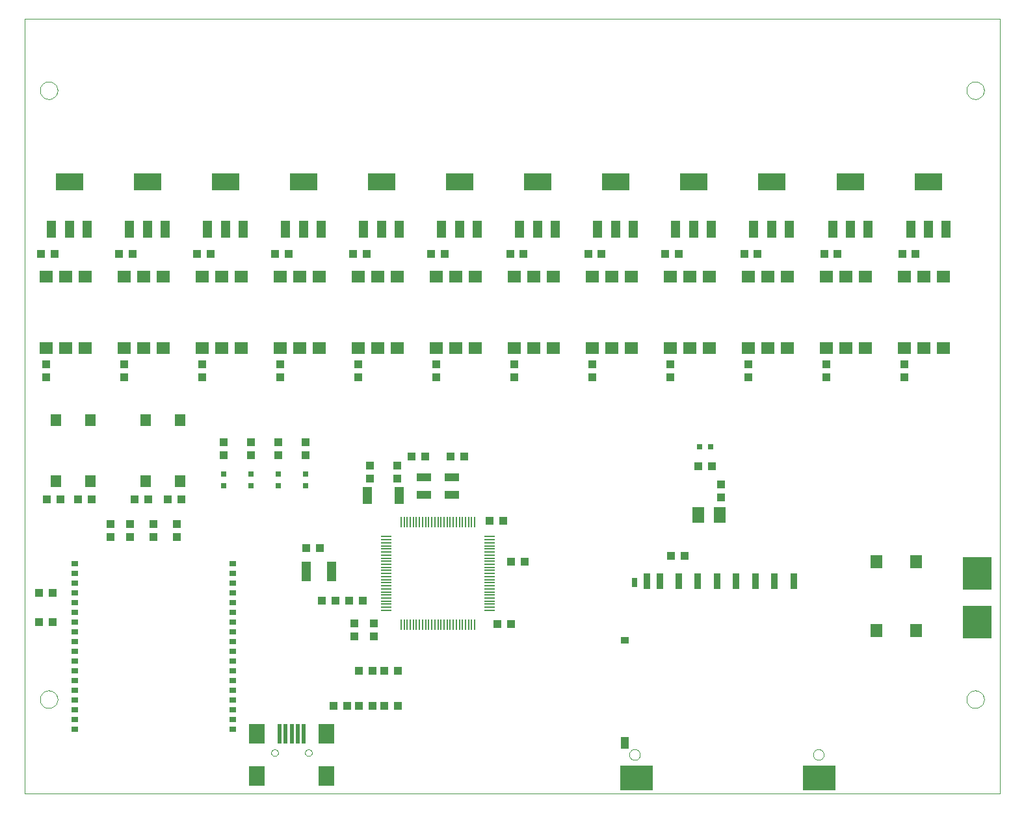
<source format=gtp>
G75*
G70*
%OFA0B0*%
%FSLAX24Y24*%
%IPPOS*%
%LPD*%
%AMOC8*
5,1,8,0,0,1.08239X$1,22.5*
%
%ADD10C,0.0000*%
%ADD11R,0.0059X0.0551*%
%ADD12R,0.0551X0.0059*%
%ADD13R,0.0433X0.0394*%
%ADD14R,0.0472X0.0984*%
%ADD15R,0.0394X0.0433*%
%ADD16R,0.0315X0.0315*%
%ADD17R,0.0748X0.0433*%
%ADD18R,0.0335X0.0315*%
%ADD19R,0.0701X0.0598*%
%ADD20R,0.0480X0.0880*%
%ADD21R,0.1417X0.0866*%
%ADD22R,0.0197X0.0984*%
%ADD23R,0.0787X0.0984*%
%ADD24R,0.0591X0.0669*%
%ADD25R,0.0630X0.0787*%
%ADD26R,0.0512X0.0866*%
%ADD27R,0.0354X0.0827*%
%ADD28R,0.0315X0.0472*%
%ADD29R,0.0445X0.0354*%
%ADD30R,0.0445X0.0591*%
%ADD31R,0.1701X0.1260*%
%ADD32R,0.0551X0.0630*%
%ADD33R,0.1500X0.1669*%
D10*
X002324Y003400D02*
X002324Y043160D01*
X052324Y043160D01*
X052324Y003400D01*
X002324Y003400D01*
X003124Y008241D02*
X003126Y008283D01*
X003132Y008325D01*
X003142Y008366D01*
X003155Y008406D01*
X003173Y008444D01*
X003193Y008481D01*
X003218Y008516D01*
X003245Y008548D01*
X003275Y008577D01*
X003308Y008604D01*
X003343Y008627D01*
X003380Y008647D01*
X003419Y008663D01*
X003459Y008676D01*
X003500Y008685D01*
X003542Y008690D01*
X003585Y008691D01*
X003627Y008688D01*
X003668Y008681D01*
X003709Y008670D01*
X003749Y008656D01*
X003787Y008638D01*
X003823Y008616D01*
X003857Y008591D01*
X003888Y008563D01*
X003917Y008532D01*
X003943Y008499D01*
X003965Y008463D01*
X003985Y008425D01*
X004000Y008386D01*
X004012Y008346D01*
X004020Y008304D01*
X004024Y008262D01*
X004024Y008220D01*
X004020Y008178D01*
X004012Y008136D01*
X004000Y008096D01*
X003985Y008057D01*
X003965Y008019D01*
X003943Y007983D01*
X003917Y007950D01*
X003888Y007919D01*
X003857Y007891D01*
X003823Y007866D01*
X003787Y007844D01*
X003749Y007826D01*
X003709Y007812D01*
X003668Y007801D01*
X003627Y007794D01*
X003585Y007791D01*
X003542Y007792D01*
X003500Y007797D01*
X003459Y007806D01*
X003419Y007819D01*
X003380Y007835D01*
X003343Y007855D01*
X003308Y007878D01*
X003275Y007905D01*
X003245Y007934D01*
X003218Y007966D01*
X003193Y008001D01*
X003173Y008038D01*
X003155Y008076D01*
X003142Y008116D01*
X003132Y008157D01*
X003126Y008199D01*
X003124Y008241D01*
X014981Y005500D02*
X014983Y005526D01*
X014989Y005552D01*
X014999Y005577D01*
X015012Y005600D01*
X015028Y005620D01*
X015048Y005638D01*
X015070Y005653D01*
X015093Y005665D01*
X015119Y005673D01*
X015145Y005677D01*
X015171Y005677D01*
X015197Y005673D01*
X015223Y005665D01*
X015247Y005653D01*
X015268Y005638D01*
X015288Y005620D01*
X015304Y005600D01*
X015317Y005577D01*
X015327Y005552D01*
X015333Y005526D01*
X015335Y005500D01*
X015333Y005474D01*
X015327Y005448D01*
X015317Y005423D01*
X015304Y005400D01*
X015288Y005380D01*
X015268Y005362D01*
X015246Y005347D01*
X015223Y005335D01*
X015197Y005327D01*
X015171Y005323D01*
X015145Y005323D01*
X015119Y005327D01*
X015093Y005335D01*
X015069Y005347D01*
X015048Y005362D01*
X015028Y005380D01*
X015012Y005400D01*
X014999Y005423D01*
X014989Y005448D01*
X014983Y005474D01*
X014981Y005500D01*
X016714Y005500D02*
X016716Y005526D01*
X016722Y005552D01*
X016732Y005577D01*
X016745Y005600D01*
X016761Y005620D01*
X016781Y005638D01*
X016803Y005653D01*
X016826Y005665D01*
X016852Y005673D01*
X016878Y005677D01*
X016904Y005677D01*
X016930Y005673D01*
X016956Y005665D01*
X016980Y005653D01*
X017001Y005638D01*
X017021Y005620D01*
X017037Y005600D01*
X017050Y005577D01*
X017060Y005552D01*
X017066Y005526D01*
X017068Y005500D01*
X017066Y005474D01*
X017060Y005448D01*
X017050Y005423D01*
X017037Y005400D01*
X017021Y005380D01*
X017001Y005362D01*
X016979Y005347D01*
X016956Y005335D01*
X016930Y005327D01*
X016904Y005323D01*
X016878Y005323D01*
X016852Y005327D01*
X016826Y005335D01*
X016802Y005347D01*
X016781Y005362D01*
X016761Y005380D01*
X016745Y005400D01*
X016732Y005423D01*
X016722Y005448D01*
X016716Y005474D01*
X016714Y005500D01*
X033336Y005400D02*
X033338Y005433D01*
X033344Y005465D01*
X033353Y005496D01*
X033366Y005526D01*
X033383Y005554D01*
X033403Y005580D01*
X033426Y005604D01*
X033451Y005624D01*
X033479Y005642D01*
X033508Y005656D01*
X033539Y005666D01*
X033571Y005673D01*
X033604Y005676D01*
X033637Y005675D01*
X033669Y005670D01*
X033700Y005661D01*
X033731Y005649D01*
X033759Y005633D01*
X033786Y005614D01*
X033810Y005592D01*
X033831Y005567D01*
X033850Y005540D01*
X033865Y005511D01*
X033876Y005481D01*
X033884Y005449D01*
X033888Y005416D01*
X033888Y005384D01*
X033884Y005351D01*
X033876Y005319D01*
X033865Y005289D01*
X033850Y005260D01*
X033831Y005233D01*
X033810Y005208D01*
X033786Y005186D01*
X033759Y005167D01*
X033731Y005151D01*
X033700Y005139D01*
X033669Y005130D01*
X033637Y005125D01*
X033604Y005124D01*
X033571Y005127D01*
X033539Y005134D01*
X033508Y005144D01*
X033479Y005158D01*
X033451Y005176D01*
X033426Y005196D01*
X033403Y005220D01*
X033383Y005246D01*
X033366Y005274D01*
X033353Y005304D01*
X033344Y005335D01*
X033338Y005367D01*
X033336Y005400D01*
X042761Y005400D02*
X042763Y005433D01*
X042769Y005465D01*
X042778Y005496D01*
X042791Y005526D01*
X042808Y005554D01*
X042828Y005580D01*
X042851Y005604D01*
X042876Y005624D01*
X042904Y005642D01*
X042933Y005656D01*
X042964Y005666D01*
X042996Y005673D01*
X043029Y005676D01*
X043062Y005675D01*
X043094Y005670D01*
X043125Y005661D01*
X043156Y005649D01*
X043184Y005633D01*
X043211Y005614D01*
X043235Y005592D01*
X043256Y005567D01*
X043275Y005540D01*
X043290Y005511D01*
X043301Y005481D01*
X043309Y005449D01*
X043313Y005416D01*
X043313Y005384D01*
X043309Y005351D01*
X043301Y005319D01*
X043290Y005289D01*
X043275Y005260D01*
X043256Y005233D01*
X043235Y005208D01*
X043211Y005186D01*
X043184Y005167D01*
X043156Y005151D01*
X043125Y005139D01*
X043094Y005130D01*
X043062Y005125D01*
X043029Y005124D01*
X042996Y005127D01*
X042964Y005134D01*
X042933Y005144D01*
X042904Y005158D01*
X042876Y005176D01*
X042851Y005196D01*
X042828Y005220D01*
X042808Y005246D01*
X042791Y005274D01*
X042778Y005304D01*
X042769Y005335D01*
X042763Y005367D01*
X042761Y005400D01*
X050624Y008241D02*
X050626Y008283D01*
X050632Y008325D01*
X050642Y008366D01*
X050655Y008406D01*
X050673Y008444D01*
X050693Y008481D01*
X050718Y008516D01*
X050745Y008548D01*
X050775Y008577D01*
X050808Y008604D01*
X050843Y008627D01*
X050880Y008647D01*
X050919Y008663D01*
X050959Y008676D01*
X051000Y008685D01*
X051042Y008690D01*
X051085Y008691D01*
X051127Y008688D01*
X051168Y008681D01*
X051209Y008670D01*
X051249Y008656D01*
X051287Y008638D01*
X051323Y008616D01*
X051357Y008591D01*
X051388Y008563D01*
X051417Y008532D01*
X051443Y008499D01*
X051465Y008463D01*
X051485Y008425D01*
X051500Y008386D01*
X051512Y008346D01*
X051520Y008304D01*
X051524Y008262D01*
X051524Y008220D01*
X051520Y008178D01*
X051512Y008136D01*
X051500Y008096D01*
X051485Y008057D01*
X051465Y008019D01*
X051443Y007983D01*
X051417Y007950D01*
X051388Y007919D01*
X051357Y007891D01*
X051323Y007866D01*
X051287Y007844D01*
X051249Y007826D01*
X051209Y007812D01*
X051168Y007801D01*
X051127Y007794D01*
X051085Y007791D01*
X051042Y007792D01*
X051000Y007797D01*
X050959Y007806D01*
X050919Y007819D01*
X050880Y007835D01*
X050843Y007855D01*
X050808Y007878D01*
X050775Y007905D01*
X050745Y007934D01*
X050718Y007966D01*
X050693Y008001D01*
X050673Y008038D01*
X050655Y008076D01*
X050642Y008116D01*
X050632Y008157D01*
X050626Y008199D01*
X050624Y008241D01*
X050624Y039501D02*
X050626Y039543D01*
X050632Y039585D01*
X050642Y039626D01*
X050655Y039666D01*
X050673Y039704D01*
X050693Y039741D01*
X050718Y039776D01*
X050745Y039808D01*
X050775Y039837D01*
X050808Y039864D01*
X050843Y039887D01*
X050880Y039907D01*
X050919Y039923D01*
X050959Y039936D01*
X051000Y039945D01*
X051042Y039950D01*
X051085Y039951D01*
X051127Y039948D01*
X051168Y039941D01*
X051209Y039930D01*
X051249Y039916D01*
X051287Y039898D01*
X051323Y039876D01*
X051357Y039851D01*
X051388Y039823D01*
X051417Y039792D01*
X051443Y039759D01*
X051465Y039723D01*
X051485Y039685D01*
X051500Y039646D01*
X051512Y039606D01*
X051520Y039564D01*
X051524Y039522D01*
X051524Y039480D01*
X051520Y039438D01*
X051512Y039396D01*
X051500Y039356D01*
X051485Y039317D01*
X051465Y039279D01*
X051443Y039243D01*
X051417Y039210D01*
X051388Y039179D01*
X051357Y039151D01*
X051323Y039126D01*
X051287Y039104D01*
X051249Y039086D01*
X051209Y039072D01*
X051168Y039061D01*
X051127Y039054D01*
X051085Y039051D01*
X051042Y039052D01*
X051000Y039057D01*
X050959Y039066D01*
X050919Y039079D01*
X050880Y039095D01*
X050843Y039115D01*
X050808Y039138D01*
X050775Y039165D01*
X050745Y039194D01*
X050718Y039226D01*
X050693Y039261D01*
X050673Y039298D01*
X050655Y039336D01*
X050642Y039376D01*
X050632Y039417D01*
X050626Y039459D01*
X050624Y039501D01*
X003124Y039501D02*
X003126Y039543D01*
X003132Y039585D01*
X003142Y039626D01*
X003155Y039666D01*
X003173Y039704D01*
X003193Y039741D01*
X003218Y039776D01*
X003245Y039808D01*
X003275Y039837D01*
X003308Y039864D01*
X003343Y039887D01*
X003380Y039907D01*
X003419Y039923D01*
X003459Y039936D01*
X003500Y039945D01*
X003542Y039950D01*
X003585Y039951D01*
X003627Y039948D01*
X003668Y039941D01*
X003709Y039930D01*
X003749Y039916D01*
X003787Y039898D01*
X003823Y039876D01*
X003857Y039851D01*
X003888Y039823D01*
X003917Y039792D01*
X003943Y039759D01*
X003965Y039723D01*
X003985Y039685D01*
X004000Y039646D01*
X004012Y039606D01*
X004020Y039564D01*
X004024Y039522D01*
X004024Y039480D01*
X004020Y039438D01*
X004012Y039396D01*
X004000Y039356D01*
X003985Y039317D01*
X003965Y039279D01*
X003943Y039243D01*
X003917Y039210D01*
X003888Y039179D01*
X003857Y039151D01*
X003823Y039126D01*
X003787Y039104D01*
X003749Y039086D01*
X003709Y039072D01*
X003668Y039061D01*
X003627Y039054D01*
X003585Y039051D01*
X003542Y039052D01*
X003500Y039057D01*
X003459Y039066D01*
X003419Y039079D01*
X003380Y039095D01*
X003343Y039115D01*
X003308Y039138D01*
X003275Y039165D01*
X003245Y039194D01*
X003218Y039226D01*
X003193Y039261D01*
X003173Y039298D01*
X003155Y039336D01*
X003142Y039376D01*
X003132Y039417D01*
X003126Y039459D01*
X003124Y039501D01*
D11*
X021635Y017338D03*
X021792Y017338D03*
X021950Y017338D03*
X022107Y017338D03*
X022265Y017338D03*
X022422Y017338D03*
X022580Y017338D03*
X022737Y017338D03*
X022894Y017338D03*
X023052Y017338D03*
X023209Y017338D03*
X023367Y017338D03*
X023524Y017338D03*
X023682Y017338D03*
X023839Y017338D03*
X023997Y017338D03*
X024154Y017338D03*
X024312Y017338D03*
X024469Y017338D03*
X024627Y017338D03*
X024784Y017338D03*
X024942Y017338D03*
X025099Y017338D03*
X025257Y017338D03*
X025414Y017338D03*
X025414Y012062D03*
X025257Y012062D03*
X025099Y012062D03*
X024942Y012062D03*
X024784Y012062D03*
X024627Y012062D03*
X024469Y012062D03*
X024312Y012062D03*
X024154Y012062D03*
X023997Y012062D03*
X023839Y012062D03*
X023682Y012062D03*
X023524Y012062D03*
X023367Y012062D03*
X023209Y012062D03*
X023052Y012062D03*
X022894Y012062D03*
X022737Y012062D03*
X022580Y012062D03*
X022422Y012062D03*
X022265Y012062D03*
X022107Y012062D03*
X021950Y012062D03*
X021792Y012062D03*
X021635Y012062D03*
D12*
X020887Y012810D03*
X020887Y012968D03*
X020887Y013125D03*
X020887Y013283D03*
X020887Y013440D03*
X020887Y013598D03*
X020887Y013755D03*
X020887Y013913D03*
X020887Y014070D03*
X020887Y014228D03*
X020887Y014385D03*
X020887Y014543D03*
X020887Y014700D03*
X020887Y014857D03*
X020887Y015015D03*
X020887Y015172D03*
X020887Y015330D03*
X020887Y015487D03*
X020887Y015645D03*
X020887Y015802D03*
X020887Y015960D03*
X020887Y016117D03*
X020887Y016275D03*
X020887Y016432D03*
X020887Y016590D03*
X026162Y016590D03*
X026162Y016432D03*
X026162Y016275D03*
X026162Y016117D03*
X026162Y015960D03*
X026162Y015802D03*
X026162Y015645D03*
X026162Y015487D03*
X026162Y015330D03*
X026162Y015172D03*
X026162Y015015D03*
X026162Y014857D03*
X026162Y014700D03*
X026162Y014543D03*
X026162Y014385D03*
X026162Y014228D03*
X026162Y014070D03*
X026162Y013913D03*
X026162Y013755D03*
X026162Y013598D03*
X026162Y013440D03*
X026162Y013283D03*
X026162Y013125D03*
X026162Y012968D03*
X026162Y012810D03*
D13*
X026590Y012100D03*
X027259Y012100D03*
X027290Y015300D03*
X027959Y015300D03*
X026859Y017400D03*
X026190Y017400D03*
X024859Y020700D03*
X024190Y020700D03*
X022859Y020700D03*
X022190Y020700D03*
X017459Y016000D03*
X016790Y016000D03*
X017590Y013300D03*
X018259Y013300D03*
X018990Y013300D03*
X019659Y013300D03*
X019490Y009700D03*
X020159Y009700D03*
X020790Y009700D03*
X021459Y009700D03*
X021459Y007900D03*
X020790Y007900D03*
X020159Y007900D03*
X019490Y007900D03*
X018859Y007900D03*
X018190Y007900D03*
X010359Y018500D03*
X009690Y018500D03*
X008659Y018500D03*
X007990Y018500D03*
X005759Y018500D03*
X005090Y018500D03*
X004159Y018500D03*
X003490Y018500D03*
X003759Y013700D03*
X003090Y013700D03*
X003090Y012200D03*
X003759Y012200D03*
X003859Y031100D03*
X003190Y031100D03*
X007190Y031100D03*
X007859Y031100D03*
X011190Y031100D03*
X011859Y031100D03*
X015190Y031100D03*
X015859Y031100D03*
X019190Y031100D03*
X019859Y031100D03*
X023190Y031100D03*
X023859Y031100D03*
X027240Y031100D03*
X027909Y031100D03*
X031240Y031100D03*
X031909Y031100D03*
X035190Y031100D03*
X035859Y031100D03*
X039240Y031100D03*
X039909Y031100D03*
X043340Y031100D03*
X044009Y031100D03*
X047340Y031100D03*
X048009Y031100D03*
X037559Y020200D03*
X036890Y020200D03*
X036159Y015600D03*
X035490Y015600D03*
D14*
X018074Y014800D03*
X016775Y014800D03*
D15*
X019224Y012135D03*
X019224Y011465D03*
X020224Y011465D03*
X020224Y012135D03*
X020024Y019565D03*
X020024Y020235D03*
X021424Y020235D03*
X021424Y019565D03*
X016724Y020765D03*
X016724Y021435D03*
X015324Y021435D03*
X015324Y020765D03*
X013924Y020765D03*
X013924Y021435D03*
X012524Y021435D03*
X012524Y020765D03*
X010124Y017235D03*
X010124Y016565D03*
X008924Y016565D03*
X008924Y017235D03*
X007724Y017235D03*
X007724Y016565D03*
X006724Y016565D03*
X006724Y017235D03*
X007424Y024765D03*
X007424Y025435D03*
X011424Y025435D03*
X011424Y024765D03*
X015424Y024765D03*
X015424Y025435D03*
X019424Y025435D03*
X019424Y024765D03*
X023424Y024765D03*
X023424Y025435D03*
X027424Y025435D03*
X027424Y024765D03*
X031424Y024765D03*
X031424Y025435D03*
X035424Y025435D03*
X035424Y024765D03*
X039424Y024765D03*
X039424Y025435D03*
X043424Y025435D03*
X043424Y024765D03*
X047424Y024765D03*
X047424Y025435D03*
X038024Y019285D03*
X038024Y018615D03*
X003424Y024765D03*
X003424Y025435D03*
D16*
X012524Y019795D03*
X012524Y019205D03*
X013924Y019205D03*
X013924Y019795D03*
X015324Y019795D03*
X015324Y019205D03*
X016724Y019205D03*
X016724Y019795D03*
X036929Y021200D03*
X037520Y021200D03*
D17*
X024253Y019653D03*
X024253Y018747D03*
X022796Y018747D03*
X022796Y019653D03*
D18*
X013013Y015219D03*
X013013Y014719D03*
X013013Y014219D03*
X013013Y013719D03*
X013013Y013219D03*
X013013Y012719D03*
X013013Y012219D03*
X013013Y011719D03*
X013013Y011219D03*
X013013Y010719D03*
X013013Y010219D03*
X013013Y009719D03*
X013013Y009219D03*
X013013Y008719D03*
X013013Y008219D03*
X013013Y007719D03*
X013013Y007219D03*
X013013Y006719D03*
X004903Y006719D03*
X004903Y007219D03*
X004903Y007719D03*
X004903Y008219D03*
X004903Y008719D03*
X004903Y009219D03*
X004903Y009719D03*
X004903Y010219D03*
X004903Y010719D03*
X004903Y011219D03*
X004903Y011719D03*
X004903Y012219D03*
X004903Y012719D03*
X004903Y013219D03*
X004903Y013719D03*
X004903Y014219D03*
X004903Y014719D03*
X004903Y015219D03*
D19*
X004424Y026271D03*
X003424Y026271D03*
X005424Y026271D03*
X007424Y026271D03*
X008424Y026271D03*
X009424Y026271D03*
X011424Y026271D03*
X012424Y026271D03*
X013424Y026271D03*
X015424Y026271D03*
X016424Y026271D03*
X017424Y026271D03*
X019424Y026271D03*
X020424Y026271D03*
X021424Y026271D03*
X023424Y026271D03*
X024424Y026271D03*
X025424Y026271D03*
X027424Y026271D03*
X028424Y026271D03*
X029424Y026271D03*
X031424Y026271D03*
X032424Y026271D03*
X033424Y026271D03*
X035424Y026271D03*
X036424Y026271D03*
X037424Y026271D03*
X039424Y026271D03*
X040424Y026271D03*
X041424Y026271D03*
X043424Y026271D03*
X044424Y026271D03*
X045424Y026271D03*
X047424Y026271D03*
X048424Y026271D03*
X049424Y026271D03*
X049424Y029929D03*
X048424Y029929D03*
X047424Y029929D03*
X045424Y029929D03*
X044424Y029929D03*
X043424Y029929D03*
X041424Y029929D03*
X040424Y029929D03*
X039424Y029929D03*
X037424Y029929D03*
X036424Y029929D03*
X035424Y029929D03*
X033424Y029929D03*
X032424Y029929D03*
X031424Y029929D03*
X029424Y029929D03*
X028424Y029929D03*
X027424Y029929D03*
X025424Y029929D03*
X024424Y029929D03*
X023424Y029929D03*
X021424Y029929D03*
X020424Y029929D03*
X019424Y029929D03*
X017424Y029929D03*
X016424Y029929D03*
X015424Y029929D03*
X013424Y029929D03*
X012424Y029929D03*
X011424Y029929D03*
X009424Y029929D03*
X008424Y029929D03*
X007424Y029929D03*
X005424Y029929D03*
X004424Y029929D03*
X003424Y029929D03*
D20*
X003714Y032380D03*
X004624Y032380D03*
X005534Y032380D03*
X007714Y032380D03*
X008624Y032380D03*
X009534Y032380D03*
X011714Y032380D03*
X012624Y032380D03*
X013534Y032380D03*
X015714Y032380D03*
X016624Y032380D03*
X017534Y032380D03*
X019714Y032380D03*
X020624Y032380D03*
X021534Y032380D03*
X023714Y032380D03*
X024624Y032380D03*
X025534Y032380D03*
X027714Y032380D03*
X028624Y032380D03*
X029534Y032380D03*
X031714Y032380D03*
X032624Y032380D03*
X033534Y032380D03*
X035714Y032380D03*
X036624Y032380D03*
X037534Y032380D03*
X039714Y032380D03*
X040624Y032380D03*
X041534Y032380D03*
X043764Y032380D03*
X044674Y032380D03*
X045584Y032380D03*
X047764Y032380D03*
X048674Y032380D03*
X049584Y032380D03*
D21*
X048674Y034820D03*
X044674Y034820D03*
X040624Y034820D03*
X036624Y034820D03*
X032624Y034820D03*
X028624Y034820D03*
X024624Y034820D03*
X020624Y034820D03*
X016624Y034820D03*
X012624Y034820D03*
X008624Y034820D03*
X004624Y034820D03*
D22*
X015394Y006484D03*
X015709Y006484D03*
X016024Y006484D03*
X016339Y006484D03*
X016654Y006484D03*
D23*
X017796Y006484D03*
X017796Y004319D03*
X014253Y004319D03*
X014253Y006484D03*
D24*
X046020Y011778D03*
X048028Y011778D03*
X048028Y015322D03*
X046020Y015322D03*
D25*
X037976Y017700D03*
X036873Y017700D03*
D26*
X021531Y018700D03*
X019917Y018700D03*
D27*
X034242Y014298D03*
X034911Y014298D03*
X035866Y014298D03*
X036850Y014298D03*
X037834Y014298D03*
X038819Y014298D03*
X039803Y014298D03*
X040787Y014298D03*
X041771Y014298D03*
D28*
X033612Y014239D03*
D29*
X033094Y011258D03*
D30*
X033094Y006018D03*
D31*
X033722Y004199D03*
X043084Y004199D03*
D32*
X010310Y019425D03*
X008539Y019425D03*
X005710Y019425D03*
X003939Y019425D03*
X003939Y022575D03*
X005710Y022575D03*
X008539Y022575D03*
X010310Y022575D03*
D33*
X051174Y014704D03*
X051174Y012196D03*
M02*

</source>
